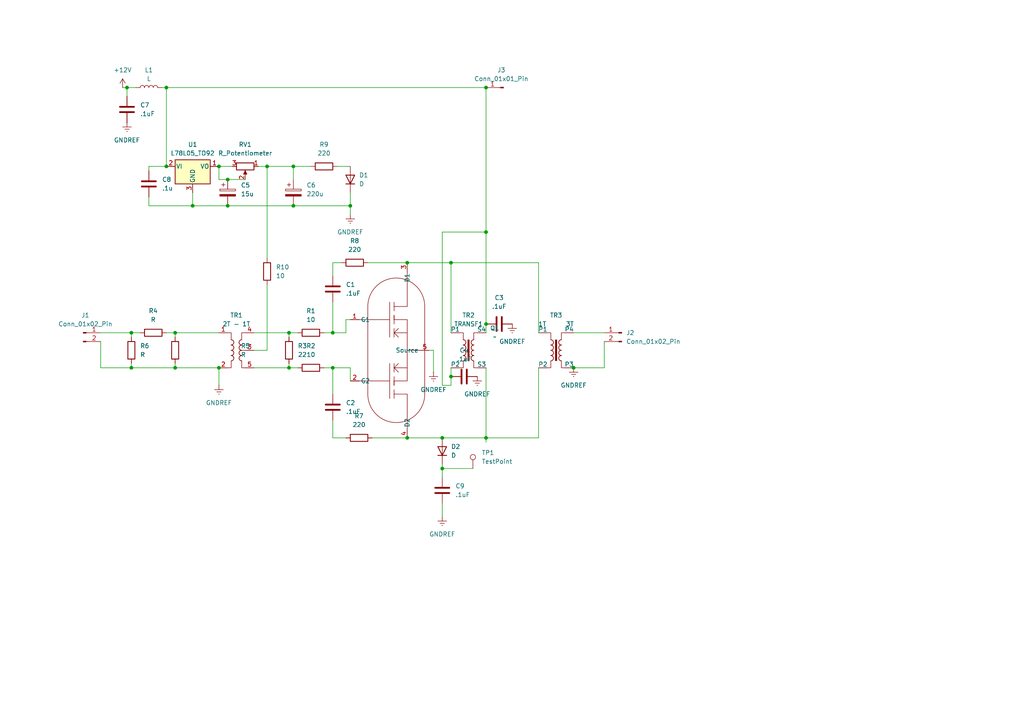
<source format=kicad_sch>
(kicad_sch (version 20250114) (generator "eeschema") (generator_version "9.0")
  (paper "A4")
  (lib_symbols
    (symbol "Connector:Conn_01x01_Pin" (pin_names (offset 1.016) (hide yes))
      (property "Reference" "J" (at 0 2.54 0))
      (property "Value" "Conn_01x01_Pin" (at 0 -2.54 0))
      (symbol "Conn_01x01_Pin_1_1"
        (rectangle (start 0.8636 0.127) (end 0 -0.127) (stroke (width 0.1524)) (fill (type outline)))
        (polyline (pts (xy 1.27 0) (xy 0.8636 0)) (stroke (width 0.1524)))
        (pin passive line (at 5.08 0 180) (length 3.81) (name "Pin_1") (number "1"))
      )
    )
    (symbol "Connector:Conn_01x02_Pin" (pin_names (offset 1.016) (hide yes))
      (property "Reference" "J" (at 0 2.54 0))
      (property "Value" "Conn_01x02_Pin" (at 0 -5.08 0))
      (symbol "Conn_01x02_Pin_1_1"
        (rectangle (start 0.8636 0.127) (end 0 -0.127) (stroke (width 0.1524)) (fill (type outline)))
        (rectangle (start 0.8636 -2.413) (end 0 -2.667) (stroke (width 0.1524)) (fill (type outline)))
        (polyline (pts (xy 1.27 0) (xy 0.8636 0)) (stroke (width 0.1524)))
        (polyline (pts (xy 1.27 -2.54) (xy 0.8636 -2.54)) (stroke (width 0.1524)))
        (pin passive line (at 5.08 0 180) (length 3.81) (name "Pin_1") (number "1"))
        (pin passive line (at 5.08 -2.54 180) (length 3.81) (name "Pin_2") (number "2"))
      )
    )
    (symbol "Connector:TestPoint" (pin_numbers (hide yes)) (pin_names (offset 0.762) (hide yes))
      (property "Reference" "TP" (at 0 6.858 0))
      (property "Value" "TestPoint" (at 0 5.08 0))
      (symbol "TestPoint_0_1"
        (circle (center 0 3.302) (radius 0.762))
      )
      (symbol "TestPoint_1_1"
        (pin passive line (at 0 0 90) (length 2.54) (name "1") (number "1"))
      )
    )
    (symbol "Device:C" (pin_numbers (hide yes)) (pin_names (offset 0.254))
      (property "Reference" "C" (at 0.635 2.54 0))
      (property "Value" "C" (at 0.635 -2.54 0))
      (symbol "C_0_1"
        (polyline (pts (xy -2.032 0.762) (xy 2.032 0.762)) (stroke (width 0.508)))
        (polyline (pts (xy -2.032 -0.762) (xy 2.032 -0.762)) (stroke (width 0.508)))
      )
      (symbol "C_1_1"
        (pin passive line (at 0 3.81 270) (length 2.794) (name "~") (number "1"))
        (pin passive line (at 0 -3.81 90) (length 2.794) (name "~") (number "2"))
      )
    )
    (symbol "Device:C_Polarized" (pin_numbers (hide yes)) (pin_names (offset 0.254))
      (property "Reference" "C" (at 0.635 2.54 0))
      (property "Value" "C_Polarized" (at 0.635 -2.54 0))
      (symbol "C_Polarized_0_1"
        (rectangle (start -2.286 0.508) (end 2.286 1.016))
        (polyline (pts (xy -1.778 2.286) (xy -0.762 2.286)))
        (polyline (pts (xy -1.27 2.794) (xy -1.27 1.778)))
        (rectangle (start 2.286 -0.508) (end -2.286 -1.016) (fill (type outline)))
      )
      (symbol "C_Polarized_1_1"
        (pin passive line (at 0 3.81 270) (length 2.794) (name "~") (number "1"))
        (pin passive line (at 0 -3.81 90) (length 2.794) (name "~") (number "2"))
      )
    )
    (symbol "Device:D" (pin_numbers (hide yes)) (pin_names (offset 1.016) (hide yes))
      (property "Reference" "D" (at 0 2.54 0))
      (property "Value" "D" (at 0 -2.54 0))
      (symbol "D_0_1"
        (polyline (pts (xy -1.27 1.27) (xy -1.27 -1.27)) (stroke (width 0.254)))
        (polyline (pts (xy 1.27 1.27) (xy 1.27 -1.27) (xy -1.27 0) (xy 1.27 1.27)) (stroke (width 0.254)))
        (polyline (pts (xy 1.27 0) (xy -1.27 0)))
      )
      (symbol "D_1_1"
        (pin passive line (at -3.81 0 0) (length 2.54) (name "K") (number "1"))
        (pin passive line (at 3.81 0 180) (length 2.54) (name "A") (number "2"))
      )
    )
    (symbol "Device:L" (pin_numbers (hide yes)) (pin_names (offset 1.016) (hide yes))
      (property "Reference" "L" (at -1.27 0 90))
      (property "Value" "L" (at 1.905 0 90))
      (symbol "L_0_1"
        (arc (start 0 2.54) (mid 0.6323 1.905) (end 0 1.27))
        (arc (start 0 1.27) (mid 0.6323 0.635) (end 0 0))
        (arc (start 0 0) (mid 0.6323 -0.635) (end 0 -1.27))
        (arc (start 0 -1.27) (mid 0.6323 -1.905) (end 0 -2.54))
      )
      (symbol "L_1_1"
        (pin passive line (at 0 3.81 270) (length 1.27) (name "1") (number "1"))
        (pin passive line (at 0 -3.81 90) (length 1.27) (name "2") (number "2"))
      )
    )
    (symbol "Device:R" (pin_numbers (hide yes)) (pin_names (offset 0))
      (property "Reference" "R" (at 2.032 0 90))
      (property "Value" "R" (at 0 0 90))
      (symbol "R_0_1"
        (rectangle (start -1.016 -2.54) (end 1.016 2.54) (stroke (width 0.254)))
      )
      (symbol "R_1_1"
        (pin passive line (at 0 3.81 270) (length 1.27) (name "~") (number "1"))
        (pin passive line (at 0 -3.81 90) (length 1.27) (name "~") (number "2"))
      )
    )
    (symbol "Device:R_Potentiometer" (pin_names (offset 1.016) (hide yes))
      (property "Reference" "RV" (at -4.445 0 90))
      (property "Value" "R_Potentiometer" (at -2.54 0 90))
      (symbol "R_Potentiometer_0_1"
        (rectangle (start 1.016 2.54) (end -1.016 -2.54) (stroke (width 0.254)))
        (polyline (pts (xy 1.143 0) (xy 2.286 0.508) (xy 2.286 -0.508) (xy 1.143 0)) (fill (type outline)))
        (polyline (pts (xy 2.54 0) (xy 1.524 0)))
      )
      (symbol "R_Potentiometer_1_1"
        (pin passive line (at 0 3.81 270) (length 1.27) (name "1") (number "1"))
        (pin passive line (at 0 -3.81 90) (length 1.27) (name "3") (number "3"))
        (pin passive line (at 3.81 0 180) (length 1.27) (name "2") (number "2"))
      )
    )
    (symbol "Josef's RF Mosfets:AFT05MP_1"
      (property "Reference" "Q" (at 0 0 0))
      (symbol "AFT05MP_1_1_1"
        (polyline (pts (xy -6.35 3.81) (xy -2.54 3.81)))
        (polyline (pts (xy -6.35 -13.97) (xy -2.54 -13.97)))
        (polyline (pts (xy -3.81 7.62) (xy -3.81 -17.78)))
        (polyline (pts (xy 2.54 7.62) (xy 2.54 8.89)))
        (polyline (pts (xy 2.54 7.62) (xy 2.54 7.62)))
        (polyline (pts (xy 2.54 7.62) (xy 2.54 1.27)))
        (polyline (pts (xy 2.54 3.81) (xy -2.54 3.81)))
        (polyline (pts (xy 2.54 1.27) (xy 2.54 -1.27)))
        (polyline (pts (xy 2.54 -11.43) (xy 2.54 -8.89)))
        (polyline (pts (xy 2.54 -13.97) (xy -2.54 -13.97)))
        (polyline (pts (xy 2.54 -17.78) (xy 2.54 -11.43)))
        (polyline (pts (xy 2.54 -17.78) (xy 2.54 -17.78)))
        (polyline (pts (xy 2.54 -17.78) (xy 2.54 -19.05)))
        (polyline (pts (xy 3.81 7.62) (xy 3.81 8.89)))
        (polyline (pts (xy 3.81 7.62) (xy 3.81 6.35)))
        (polyline (pts (xy 3.81 7.62) (xy 6.35 7.62) (xy 7.62 7.62) (xy 7.62 12.7)))
        (polyline (pts (xy 3.81 5.08) (xy 3.81 3.81)))
        (polyline (pts (xy 3.81 2.54) (xy 3.81 5.08)))
        (polyline (pts (xy 3.81 1.27) (xy 3.81 -1.27)))
        (polyline (pts (xy 3.81 0) (xy 3.81 0)))
        (polyline (pts (xy 3.81 0) (xy 5.08 1.27)))
        (polyline (pts (xy 3.81 0) (xy 5.08 -1.27)))
        (polyline (pts (xy 3.81 0) (xy 7.62 0) (xy 7.62 3.81) (xy 3.81 3.81)))
        (polyline (pts (xy 3.81 -10.16) (xy 3.81 -10.16)))
        (polyline (pts (xy 3.81 -10.16) (xy 5.08 -8.89)))
        (polyline (pts (xy 3.81 -10.16) (xy 5.08 -11.43)))
        (polyline (pts (xy 3.81 -10.16) (xy 7.62 -10.16) (xy 7.62 -13.97) (xy 3.81 -13.97)))
        (polyline (pts (xy 3.81 -11.43) (xy 3.81 -8.89)))
        (polyline (pts (xy 3.81 -12.7) (xy 3.81 -15.24)))
        (polyline (pts (xy 3.81 -15.24) (xy 3.81 -13.97)))
        (polyline (pts (xy 3.81 -17.78) (xy 3.81 -16.51)))
        (polyline (pts (xy 3.81 -17.78) (xy 3.81 -19.05)))
        (polyline (pts (xy 3.81 -17.78) (xy 6.35 -17.78) (xy 7.62 -17.78) (xy 7.62 -22.86)))
        (arc (start -3.81 7.62) (mid 4.445 15.875) (end 12.7 7.62))
        (arc (start 12.7 -17.78) (mid 4.445 -26.035) (end -3.81 -17.78))
        (polyline (pts (xy 7.62 17.78) (xy 7.62 12.7)))
        (polyline (pts (xy 7.62 0) (xy 7.62 -5.08)))
        (polyline (pts (xy 7.62 -10.16) (xy 7.62 -5.08)))
        (polyline (pts (xy 7.62 -27.94) (xy 7.62 -22.86)))
        (polyline (pts (xy 11.43 -5.08) (xy 7.62 -5.08)))
        (polyline (pts (xy 12.7 -17.78) (xy 12.7 7.62)) (fill (type color) (color 255 229 191 1)))
        (pin passive line (at -8.89 3.81 0) (length 2.54) (name "G1") (number "1"))
        (pin passive line (at -8.89 -13.97 0) (length 2.54) (name "G2") (number "2"))
        (pin passive line (at 7.62 20.32 270) (length 2.54) (name "D1") (number "3"))
        (pin passive line (at 7.62 -30.48 90) (length 2.54) (name "D2") (number "4"))
        (pin passive line (at 13.97 -5.08 180) (length 2.54) (name "Source") (number "5"))
      )
    )
    (symbol "Regulator_Linear:L78L05_TO92" (pin_names (offset 0.254))
      (property "Reference" "U1" (at 0 6.35 0))
      (property "Value" "L78L05_TO92" (at 0 3.81 0))
      (symbol "L78L05_TO92_0_1"
        (rectangle (start -5.08 -5.08) (end 5.08 1.905) (stroke (width 0.254)) (fill (type background)))
      )
      (symbol "L78L05_TO92_1_1"
        (pin power_in line (at -7.62 0 0) (length 2.54) (name "VI") (number "2"))
        (pin power_in line (at 0 -7.62 90) (length 2.54) (name "GND") (number "3"))
        (pin power_out line (at 7.62 0 180) (length 2.54) (name "VO") (number "1"))
      )
    )
    (symbol "TRANSF1_1" (pin_numbers (hide yes)) (pin_names (offset 0))
      (property "Reference" "TR3" (at 0 10.16 0))
      (property "Value" "1T      3T" (at 0 7.62 0))
      (symbol "TRANSF1_1_0_1"
        (polyline (pts (xy -2.54 5.08) (xy -1.524 5.08) (xy -1.524 3.048)) (stroke (width 0.1524)))
        (arc (start -1.524 3.048) (mid -0.7653 2.286) (end -1.524 1.524) (stroke (width 0.2032)))
        (arc (start -1.524 1.524) (mid -0.7653 0.762) (end -1.524 0) (stroke (width 0.2032)))
        (arc (start -1.524 0) (mid -0.7653 -0.762) (end -1.524 -1.524) (stroke (width 0.2032)))
        (arc (start -1.524 -1.524) (mid -0.7653 -2.286) (end -1.524 -3.048) (stroke (width 0.2032)))
        (polyline (pts (xy -1.524 -3.048) (xy -1.524 -5.08) (xy -2.54 -5.08)) (stroke (width 0.1524)))
        (rectangle (start -0.254 3.048) (end 0.254 -3.048) (stroke (width 0.0254)) (fill (type outline)))
        (polyline (pts (xy 1.524 3.048) (xy 1.524 5.08) (xy 2.54 5.08)) (stroke (width 0.1524)))
        (arc (start 1.524 1.524) (mid 0.7653 2.286) (end 1.524 3.048) (stroke (width 0.2032)))
        (arc (start 1.524 0) (mid 0.7653 0.762) (end 1.524 1.524) (stroke (width 0.2032)))
        (arc (start 1.524 -1.524) (mid 0.7653 -0.762) (end 1.524 0) (stroke (width 0.2032)))
        (arc (start 1.524 -3.048) (mid 0.7653 -2.286) (end 1.524 -1.524) (stroke (width 0.2032)))
        (polyline (pts (xy 2.54 -5.08) (xy 1.524 -5.08) (xy 1.524 -3.048)) (stroke (width 0.1524)))
      )
      (symbol "TRANSF1_1_1_1"
        (pin passive line (at -5.08 5.08 0) (length 2.54) (name "P1") (number "1"))
        (pin passive line (at -5.08 -5.08 0) (length 2.54) (name "P2") (number "2"))
        (pin passive line (at 5.08 5.08 180) (length 2.54) (name "P4") (number "4"))
        (pin passive line (at 5.08 -5.08 180) (length 2.54) (name "P3") (number "3"))
      )
    )
    (symbol "Transformer:ADT1-6T" (pin_names (hide yes))
      (property "Reference" "TR1" (at 0 10.16 0))
      (property "Value" "2T - 1T" (at 0 7.62 0))
      (symbol "ADT1-6T_0_1"
        (polyline (pts (xy -2.54 5.08) (xy -1.524 5.08) (xy -1.524 3.048)) (stroke (width 0.1524)))
        (arc (start -1.524 3.048) (mid -0.7653 2.286) (end -1.524 1.524) (stroke (width 0.2032)))
        (arc (start -1.524 1.524) (mid -0.7653 0.762) (end -1.524 0) (stroke (width 0.2032)))
        (arc (start -1.524 0) (mid -0.7653 -0.762) (end -1.524 -1.524) (stroke (width 0.2032)))
        (arc (start -1.524 -1.524) (mid -0.7653 -2.286) (end -1.524 -3.048) (stroke (width 0.2032)))
        (polyline (pts (xy -1.524 -3.048) (xy -1.524 -5.08) (xy -2.54 -5.08)) (stroke (width 0.1524)))
        (polyline (pts (xy 1.524 3.048) (xy 1.524 5.08) (xy 2.54 5.08)) (stroke (width 0.1524)))
        (arc (start 1.524 1.524) (mid 0.7653 2.286) (end 1.524 3.048) (stroke (width 0.2032)))
        (arc (start 1.524 0) (mid 0.7653 0.762) (end 1.524 1.524) (stroke (width 0.2032)))
        (arc (start 1.524 -1.524) (mid 0.7653 -0.762) (end 1.524 0) (stroke (width 0.2032)))
        (arc (start 1.524 -3.048) (mid 0.7653 -2.286) (end 1.524 -1.524) (stroke (width 0.2032)))
        (polyline (pts (xy 2.54 0) (xy 1.27 0)) (stroke (width 0.1524)))
        (polyline (pts (xy 2.54 -5.08) (xy 1.524 -5.08) (xy 1.524 -3.048)) (stroke (width 0.1524)))
      )
      (symbol "ADT1-6T_1_1"
        (pin passive line (at -5.08 5.08 0) (length 2.54) (name "~") (number "1"))
        (pin passive line (at -5.08 -5.08 0) (length 2.54) (name "~") (number "2"))
        (pin passive line (at 5.08 5.08 180) (length 2.54) (name "~") (number "4"))
        (pin passive line (at 5.08 0 180) (length 2.54) (name "~") (number "3"))
        (pin passive line (at 5.08 -5.08 180) (length 2.54) (name "~") (number "5"))
      )
    )
    (symbol "Transformer:TRANSF1" (pin_numbers (hide yes)) (pin_names (offset 0))
      (property "Reference" "TR2" (at 0 10.16 0))
      (property "Value" "TRANSF1" (at 0 7.62 0))
      (symbol "TRANSF1_0_1"
        (polyline (pts (xy -2.54 5.08) (xy -1.524 5.08) (xy -1.524 3.048)) (stroke (width 0.1524)))
        (arc (start -1.524 3.048) (mid -0.7653 2.286) (end -1.524 1.524) (stroke (width 0.2032)))
        (arc (start -1.524 1.524) (mid -0.7653 0.762) (end -1.524 0) (stroke (width 0.2032)))
        (arc (start -1.524 0) (mid -0.7653 -0.762) (end -1.524 -1.524) (stroke (width 0.2032)))
        (arc (start -1.524 -1.524) (mid -0.7653 -2.286) (end -1.524 -3.048) (stroke (width 0.2032)))
        (polyline (pts (xy -1.524 -3.048) (xy -1.524 -5.08) (xy -2.54 -5.08)) (stroke (width 0.1524)))
        (rectangle (start -0.254 3.048) (end 0.254 -3.048) (stroke (width 0.0254)) (fill (type outline)))
        (polyline (pts (xy 1.524 3.048) (xy 1.524 5.08) (xy 2.54 5.08)) (stroke (width 0.1524)))
        (arc (start 1.524 1.524) (mid 0.7653 2.286) (end 1.524 3.048) (stroke (width 0.2032)))
        (arc (start 1.524 0) (mid 0.7653 0.762) (end 1.524 1.524) (stroke (width 0.2032)))
        (arc (start 1.524 -1.524) (mid 0.7653 -0.762) (end 1.524 0) (stroke (width 0.2032)))
        (arc (start 1.524 -3.048) (mid 0.7653 -2.286) (end 1.524 -1.524) (stroke (width 0.2032)))
        (polyline (pts (xy 2.54 -5.08) (xy 1.524 -5.08) (xy 1.524 -3.048)) (stroke (width 0.1524)))
      )
      (symbol "TRANSF1_1_1"
        (pin passive line (at -5.08 5.08 0) (length 2.54) (name "P1") (number "1"))
        (pin passive line (at -5.08 -5.08 0) (length 2.54) (name "P2") (number "2"))
        (pin passive line (at 5.08 5.08 180) (length 2.54) (name "S4") (number "4"))
        (pin passive line (at 5.08 -5.08 180) (length 2.54) (name "S3") (number "3"))
      )
    )
    (symbol "power:+12V" (power) (pin_numbers (hide yes)) (pin_names (offset 0) (hide yes))
      (property "Value" "+12V" (at 0 3.556 0))
      (symbol "+12V_0_1"
        (polyline (pts (xy -0.762 1.27) (xy 0 2.54)))
        (polyline (pts (xy 0 2.54) (xy 0.762 1.27)))
        (polyline (pts (xy 0 0) (xy 0 2.54)))
      )
      (symbol "+12V_1_1"
        (pin power_in line (at 0 0 90) (length 0) (name "~") (number "1"))
      )
    )
    (symbol "power:GNDREF" (power) (pin_numbers (hide yes)) (pin_names (offset 0) (hide yes))
      (property "Value" "GNDREF" (at 0 -3.81 0))
      (symbol "GNDREF_0_1"
        (polyline (pts (xy -0.635 -1.905) (xy 0.635 -1.905)))
        (polyline (pts (xy -0.127 -2.54) (xy 0.127 -2.54)))
        (polyline (pts (xy 0 -1.27) (xy 0 0)))
        (polyline (pts (xy 1.27 -1.27) (xy -1.27 -1.27)))
      )
      (symbol "GNDREF_1_1"
        (pin power_in line (at 0 0 270) (length 0) (name "~") (number "1"))
      )
    )
  )
  (junction (at 96.52 106.68))
  (junction (at 38.1 106.68))
  (junction (at 50.8 96.52))
  (junction (at 140.97 93.98))
  (junction (at 140.97 127))
  (junction (at 130.81 109.22))
  (junction (at 166.37 106.68))
  (junction (at 63.5 106.68))
  (junction (at 85.09 48.26))
  (junction (at 128.27 135.89))
  (junction (at 66.04 59.69))
  (junction (at 118.11 76.2))
  (junction (at 63.5 48.26))
  (junction (at 50.8 106.68))
  (junction (at 101.6 59.69))
  (junction (at 128.27 127))
  (junction (at 77.47 48.26))
  (junction (at 83.82 106.68))
  (junction (at 48.26 48.26))
  (junction (at 36.83 25.4))
  (junction (at 140.97 25.4))
  (junction (at 66.04 52.07))
  (junction (at 140.97 67.31))
  (junction (at 38.1 96.52))
  (junction (at 48.26 25.4))
  (junction (at 55.88 59.69))
  (junction (at 130.81 76.2))
  (junction (at 83.82 96.52))
  (junction (at 118.11 127))
  (junction (at 85.09 59.69))
  (junction (at 96.52 96.52))
  (wire (pts (xy 156.21 76.2) (xy 156.21 96.52)))
  (wire (pts (xy 140.97 25.4) (xy 48.26 25.4)))
  (wire (pts (xy 74.93 48.26) (xy 77.47 48.26)))
  (wire (pts (xy 118.11 76.2) (xy 130.81 76.2)))
  (wire (pts (xy 128.27 111.76) (xy 128.27 67.31)))
  (wire (pts (xy 50.8 106.68) (xy 50.8 105.41)))
  (wire (pts (xy 96.52 87.63) (xy 96.52 96.52)))
  (wire (pts (xy 96.52 127) (xy 100.33 127)))
  (wire (pts (xy 71.12 52.07) (xy 66.04 52.07)))
  (wire (pts (xy 43.18 49.53) (xy 43.18 48.26)))
  (wire (pts (xy 101.6 59.69) (xy 101.6 62.23)))
  (wire (pts (xy 73.66 106.68) (xy 83.82 106.68)))
  (wire (pts (xy 36.83 25.4) (xy 36.83 27.94)))
  (wire (pts (xy 50.8 96.52) (xy 50.8 97.79)))
  (wire (pts (xy 140.97 127) (xy 128.27 127)))
  (wire (pts (xy 29.21 99.06) (xy 29.21 106.68)))
  (wire (pts (xy 55.88 55.88) (xy 55.88 59.69)))
  (wire (pts (xy 140.97 106.68) (xy 140.97 127)))
  (wire (pts (xy 100.33 96.52) (xy 100.33 92.71)))
  (wire (pts (xy 130.81 111.76) (xy 128.27 111.76)))
  (wire (pts (xy 128.27 135.89) (xy 137.16 135.89)))
  (wire (pts (xy 101.6 106.68) (xy 101.6 110.49)))
  (wire (pts (xy 66.04 59.69) (xy 85.09 59.69)))
  (wire (pts (xy 93.98 96.52) (xy 96.52 96.52)))
  (wire (pts (xy 93.98 106.68) (xy 96.52 106.68)))
  (wire (pts (xy 85.09 48.26) (xy 85.09 52.07)))
  (wire (pts (xy 50.8 96.52) (xy 63.5 96.52)))
  (wire (pts (xy 140.97 25.4) (xy 140.97 67.31)))
  (wire (pts (xy 99.06 76.2) (xy 96.52 76.2)))
  (wire (pts (xy 63.5 48.26) (xy 67.31 48.26)))
  (wire (pts (xy 83.82 96.52) (xy 86.36 96.52)))
  (wire (pts (xy 128.27 67.31) (xy 140.97 67.31)))
  (wire (pts (xy 106.68 76.2) (xy 118.11 76.2)))
  (wire (pts (xy 38.1 106.68) (xy 50.8 106.68)))
  (wire (pts (xy 128.27 146.05) (xy 128.27 149.86)))
  (wire (pts (xy 43.18 57.15) (xy 43.18 59.69)))
  (wire (pts (xy 48.26 25.4) (xy 48.26 48.26)))
  (wire (pts (xy 140.97 67.31) (xy 140.97 93.98)))
  (wire (pts (xy 107.95 127) (xy 118.11 127)))
  (wire (pts (xy 101.6 55.88) (xy 101.6 59.69)))
  (wire (pts (xy 100.33 92.71) (xy 101.6 92.71)))
  (wire (pts (xy 77.47 82.55) (xy 77.47 101.6)))
  (wire (pts (xy 85.09 48.26) (xy 90.17 48.26)))
  (wire (pts (xy 85.09 59.69) (xy 101.6 59.69)))
  (wire (pts (xy 128.27 127) (xy 118.11 127)))
  (wire (pts (xy 128.27 134.62) (xy 128.27 135.89)))
  (wire (pts (xy 38.1 96.52) (xy 40.64 96.52)))
  (wire (pts (xy 130.81 76.2) (xy 156.21 76.2)))
  (wire (pts (xy 83.82 106.68) (xy 86.36 106.68)))
  (wire (pts (xy 96.52 96.52) (xy 100.33 96.52)))
  (wire (pts (xy 63.5 52.07) (xy 63.5 48.26)))
  (wire (pts (xy 166.37 96.52) (xy 175.26 96.52)))
  (wire (pts (xy 83.82 96.52) (xy 83.82 97.79)))
  (wire (pts (xy 63.5 106.68) (xy 50.8 106.68)))
  (wire (pts (xy 175.26 99.06) (xy 175.26 106.68)))
  (wire (pts (xy 43.18 48.26) (xy 48.26 48.26)))
  (wire (pts (xy 73.66 96.52) (xy 83.82 96.52)))
  (wire (pts (xy 140.97 93.98) (xy 140.97 96.52)))
  (wire (pts (xy 140.97 127) (xy 140.97 128.27)))
  (wire (pts (xy 96.52 106.68) (xy 96.52 114.3)))
  (wire (pts (xy 96.52 106.68) (xy 101.6 106.68)))
  (wire (pts (xy 96.52 121.92) (xy 96.52 127)))
  (wire (pts (xy 38.1 106.68) (xy 38.1 105.41)))
  (wire (pts (xy 46.99 25.4) (xy 48.26 25.4)))
  (wire (pts (xy 38.1 97.79) (xy 38.1 96.52)))
  (wire (pts (xy 48.26 96.52) (xy 50.8 96.52)))
  (wire (pts (xy 36.83 25.4) (xy 39.37 25.4)))
  (wire (pts (xy 77.47 48.26) (xy 85.09 48.26)))
  (wire (pts (xy 140.97 127) (xy 156.21 127)))
  (wire (pts (xy 130.81 106.68) (xy 130.81 109.22)))
  (wire (pts (xy 97.79 48.26) (xy 101.6 48.26)))
  (wire (pts (xy 130.81 109.22) (xy 130.81 111.76)))
  (wire (pts (xy 125.73 101.6) (xy 125.73 107.95)))
  (wire (pts (xy 29.21 96.52) (xy 38.1 96.52)))
  (wire (pts (xy 66.04 52.07) (xy 63.5 52.07)))
  (wire (pts (xy 156.21 127) (xy 156.21 106.68)))
  (wire (pts (xy 130.81 96.52) (xy 130.81 76.2)))
  (wire (pts (xy 63.5 106.68) (xy 63.5 111.76)))
  (wire (pts (xy 55.88 59.69) (xy 66.04 59.69)))
  (wire (pts (xy 29.21 106.68) (xy 38.1 106.68)))
  (wire (pts (xy 73.66 101.6) (xy 77.47 101.6)))
  (wire (pts (xy 83.82 105.41) (xy 83.82 106.68)))
  (wire (pts (xy 35.56 25.4) (xy 36.83 25.4)))
  (wire (pts (xy 77.47 48.26) (xy 77.47 74.93)))
  (wire (pts (xy 175.26 106.68) (xy 166.37 106.68)))
  (wire (pts (xy 96.52 76.2) (xy 96.52 80.01)))
  (wire (pts (xy 124.46 101.6) (xy 125.73 101.6)))
  (wire (pts (xy 43.18 59.69) (xy 55.88 59.69)))
  (wire (pts (xy 128.27 135.89) (xy 128.27 138.43)))
  (symbol (lib_id "Device:R") (at 102.87 76.2 90) (unit 1)
    (property "Reference" "R8" (at 102.87 69.85 90))
    (property "Value" "220" (at 102.87 72.39 90))
    (property "Footprint" "Resistor_SMD:R_MELF_MMB-0207" (effects (hide yes)))
    (property "Description" "Resistor" (effects (hide yes)))
  )
  (symbol (lib_id "Device:C") (at 96.52 83.82 0) (unit 1)
    (property "Reference" "C1" (at 100.33 82.5499 0) (effects (justify left)))
    (property "Value" ".1uF" (at 100.33 85.0899 0) (effects (justify left)))
    (property "Footprint" "Capacitor_SMD:C_1210_3225Metric_Pad1.33x2.70mm_HandSolder" (effects (hide yes)))
    (property "Description" "Unpolarized capacitor" (effects (hide yes)))
  )
  (symbol (lib_id "Device:R") (at 50.8 101.6 180) (unit 1)
    (property "Reference" "R5" (at 69.85 100.3299 0) (effects (justify right)))
    (property "Value" "R" (at 69.85 102.8699 0) (effects (justify right)))
    (property "Footprint" "Josef Library:3550 (Big Resistor) Footprint" (effects (hide yes)))
    (property "Description" "Resistor" (effects (hide yes)))
  )
  (symbol (lib_id "Connector:TestPoint") (at 137.16 135.89 0) (unit 1)
    (property "Reference" "TP1" (at 139.7 131.3179 0) (effects (justify left)))
    (property "Value" "TestPoint" (at 139.7 133.8579 0) (effects (justify left)))
    (property "Description" "test point" (effects (hide yes)))
  )
  (symbol (lib_id "Device:C") (at 128.27 142.24 0) (unit 1)
    (property "Reference" "C9" (at 132.08 140.9699 0) (effects (justify left)))
    (property "Value" ".1uF" (at 132.08 143.5099 0) (effects (justify left)))
    (property "Description" "Unpolarized capacitor" (effects (hide yes)))
  )
  (symbol (lib_name "TRANSF1_1") (lib_id "Transformer:TRANSF1") (at 161.29 101.6 0) (unit 1)
    (property "Reference" "TR3" (at 161.29 91.44 0))
    (property "Value" "1T      3T" (at 161.29 93.98 0))
    (property "Footprint" "Josef Library:Output Transformer" (effects (hide yes)))
  )
  (symbol (lib_id "Connector:Conn_01x02_Pin") (at 180.34 96.52 0) (mirror y) (unit 1)
    (property "Reference" "J2" (at 181.61 96.5199 0) (effects (justify right)))
    (property "Value" "Conn_01x02_Pin" (at 181.61 99.0599 0) (effects (justify right)))
    (property "Footprint" "Josef Library:InOutNoHeaders" (effects (hide yes)))
    (property "Description" "Generic connector, single row, 01x02, script generated" (effects (hide yes)))
  )
  (symbol (lib_id "power:GNDREF") (at 128.27 149.86 0) (unit 1)
    (property "Reference" "#PWR01" (effects (hide yes)))
    (property "Value" "GNDREF" (at 128.27 154.94 0))
    (property "Description" "Power symbol creates a global label with name \"GNDREF\" , reference supply ground" (effects (hide yes)))
  )
  (symbol (lib_id "power:GNDREF") (at 148.59 93.98 0) (unit 1)
    (property "Reference" "#PWR03" (effects (hide yes)))
    (property "Value" "GNDREF" (at 148.59 99.06 0))
    (property "Description" "Power symbol creates a global label with name \"GNDREF\" , reference supply ground" (effects (hide yes)))
  )
  (symbol (lib_id "Regulator_Linear:L78L05_TO92") (at 55.88 48.26 0) (unit 1)
    (property "Reference" "U1" (at 55.88 41.91 0))
    (property "Value" "L78L05_TO92" (at 55.88 44.45 0))
    (property "Footprint" "Package_TO_SOT_SMD:TSOT-23_HandSoldering" (effects (hide yes)))
    (property "Datasheet" "http://www.st.com/content/ccc/resource/technical/document/datasheet/15/55/e5/aa/23/5b/43/fd/CD00000446.pdf/files/CD00000446.pdf/jcr:content/translations/en.CD00000446.pdf" (effects (hide yes)))
    (property "Description" "Positive 100mA 30V Linear Regulator, Fixed Output 5V, TO-92" (effects (hide yes)))
  )
  (symbol (lib_id "Transformer:ADT1-6T") (at 68.58 101.6 0) (unit 1)
    (property "Reference" "TR1" (at 68.58 91.44 0))
    (property "Value" "2T - 1T" (at 68.58 93.98 0))
    (property "Footprint" "Josef Library:Input Transformer" (effects (hide yes)))
    (property "Datasheet" "https://www.minicircuits.com/pdfs/ADT1-6T+.pdf" (effects (hide yes)))
    (property "Description" "0.06-160MHz 1:1 RF Transformer, Unbalanced to Balanced Center Tap, CD542" (effects (hide yes)))
  )
  (symbol (lib_id "Device:R") (at 83.82 101.6 180) (unit 1)
    (property "Reference" "R3" (at 86.36 100.3299 0) (effects (justify right)))
    (property "Value" "22" (at 86.36 102.8699 0) (effects (justify right)))
    (property "Footprint" "Josef Library:Big 22ohm Resistor" (effects (hide yes)))
    (property "Description" "Resistor" (effects (hide yes)))
  )
  (symbol (lib_id "power:GNDREF") (at 138.43 109.22 0) (unit 1)
    (property "Reference" "#PWR04" (effects (hide yes)))
    (property "Value" "GNDREF" (at 138.43 114.3 0))
    (property "Description" "Power symbol creates a global label with name \"GNDREF\" , reference supply ground" (effects (hide yes)))
  )
  (symbol (lib_id "Device:L") (at 43.18 25.4 90) (unit 1)
    (property "Reference" "L1" (at 43.18 20.32 90))
    (property "Value" "L" (at 43.18 22.86 90))
    (property "Footprint" "Josef Library:Input Choke" (effects (hide yes)))
    (property "Description" "Inductor" (effects (hide yes)))
  )
  (symbol (lib_id "power:GNDREF") (at 166.37 106.68 0) (unit 1)
    (property "Reference" "#PWR05" (effects (hide yes)))
    (property "Value" "GNDREF" (at 166.37 111.76 0))
    (property "Description" "Power symbol creates a global label with name \"GNDREF\" , reference supply ground" (effects (hide yes)))
  )
  (symbol (lib_id "Connector:Conn_01x01_Pin") (at 146.05 25.4 180) (unit 1)
    (property "Reference" "J3" (at 145.415 20.32 0))
    (property "Value" "Conn_01x01_Pin" (at 145.415 22.86 0))
    (property "Footprint" "Josef Library:Positive Plane" (effects (hide yes)))
    (property "Description" "Generic connector, single row, 01x01, script generated" (effects (hide yes)))
  )
  (symbol (lib_id "Transformer:TRANSF1") (at 135.89 101.6 0) (unit 1)
    (property "Reference" "TR2" (at 135.89 91.44 0))
    (property "Value" "TRANSF1" (at 135.89 93.98 0))
    (property "Footprint" "Josef Library:Coaxial Feed Transformer" (effects (hide yes)))
  )
  (symbol (lib_id "Device:C") (at 36.83 31.75 0) (unit 1)
    (property "Reference" "C7" (at 40.64 30.4799 0) (effects (justify left)))
    (property "Value" ".1uF" (at 40.64 33.0199 0) (effects (justify left)))
    (property "Footprint" "Josef Library:.33uF Decoupler HF Amp" (effects (hide yes)))
    (property "Description" "Unpolarized capacitor" (effects (hide yes)))
  )
  (symbol (lib_id "Device:R") (at 77.47 78.74 0) (unit 1)
    (property "Reference" "R10" (at 80.01 77.4699 0) (effects (justify left)))
    (property "Value" "10" (at 80.01 80.0099 0) (effects (justify left)))
    (property "Footprint" "Resistor_SMD:R_MELF_MMB-0207" (effects (hide yes)))
    (property "Description" "Resistor" (effects (hide yes)))
  )
  (symbol (lib_id "Josef's RF Mosfets:AFT05MP_1") (at 110.49 96.52 0) (unit 1)
    (property "Reference" "Q1" (at 143.51 95.1798 0))
    (property "Value" "~" (at 143.51 97.7198 0))
    (property "Footprint" "Josef Library:AFT05MP" (effects (hide yes)))
  )
  (symbol (lib_id "Connector:Conn_01x02_Pin") (at 24.13 96.52 0) (unit 1)
    (property "Reference" "J1" (at 24.765 91.44 0))
    (property "Value" "Conn_01x02_Pin" (at 24.765 93.98 0))
    (property "Footprint" "Josef Library:InOutNoHeaders" (effects (hide yes)))
    (property "Description" "Generic connector, single row, 01x02, script generated" (effects (hide yes)))
  )
  (symbol (lib_id "power:GNDREF") (at 125.73 107.95 0) (unit 1)
    (property "Reference" "#PWR06" (effects (hide yes)))
    (property "Value" "GNDREF" (at 125.73 113.03 0))
    (property "Description" "Power symbol creates a global label with name \"GNDREF\" , reference supply ground" (effects (hide yes)))
  )
  (symbol (lib_id "Device:R") (at 90.17 96.52 90) (unit 1)
    (property "Reference" "R1" (at 90.17 90.17 90))
    (property "Value" "10" (at 90.17 92.71 90))
    (property "Footprint" "Resistor_SMD:R_MELF_MMB-0207" (effects (hide yes)))
    (property "Description" "Resistor" (effects (hide yes)))
  )
  (symbol (lib_id "Device:R_Potentiometer") (at 71.12 48.26 270) (unit 1)
    (property "Reference" "RV1" (at 71.12 41.91 90))
    (property "Value" "R_Potentiometer" (at 71.12 44.45 90))
    (property "Footprint" "Josef Library:Piher Surface Pads" (effects (hide yes)))
    (property "Description" "Potentiometer" (effects (hide yes)))
  )
  (symbol (lib_id "Device:C") (at 43.18 53.34 0) (unit 1)
    (property "Reference" "C8" (at 46.99 52.0699 0) (effects (justify left)))
    (property "Value" ".1u" (at 46.99 54.6099 0) (effects (justify left)))
    (property "Footprint" "Capacitor_SMD:C_0805_2012Metric_Pad1.18x1.45mm_HandSolder" (effects (hide yes)))
    (property "Description" "Unpolarized capacitor" (effects (hide yes)))
  )
  (symbol (lib_id "Device:D") (at 101.6 52.07 90) (unit 1)
    (property "Reference" "D1" (at 104.14 50.7999 90) (effects (justify right)))
    (property "Value" "D" (at 104.14 53.3399 90) (effects (justify right)))
    (property "Footprint" "Josef Library:Through Hole Resistor" (effects (hide yes)))
    (property "Description" "Diode" (effects (hide yes)))
    (property "Sim.Device" "D" (effects (hide yes)))
    (property "Sim.Pins" "1=K 2=A" (effects (hide yes)))
  )
  (symbol (lib_id "Device:C_Polarized") (at 85.09 55.88 0) (unit 1)
    (property "Reference" "C6" (at 88.9 53.7209 0) (effects (justify left)))
    (property "Value" "220u" (at 88.9 56.2609 0) (effects (justify left)))
    (property "Footprint" "Josef Library:220 uf Cap" (effects (hide yes)))
    (property "Description" "Polarized capacitor" (effects (hide yes)))
  )
  (symbol (lib_id "power:+12V") (at 35.56 25.4 0) (unit 1)
    (property "Reference" "#PWR08" (effects (hide yes)))
    (property "Value" "+12V" (at 35.56 20.32 0))
    (property "Description" "Power symbol creates a global label with name \"+12V\"" (effects (hide yes)))
  )
  (symbol (lib_id "Device:C") (at 96.52 118.11 0) (unit 1)
    (property "Reference" "C2" (at 100.33 116.8399 0) (effects (justify left)))
    (property "Value" ".1uF" (at 100.33 119.3799 0) (effects (justify left)))
    (property "Footprint" "Capacitor_SMD:C_1210_3225Metric_Pad1.33x2.70mm_HandSolder" (effects (hide yes)))
    (property "Description" "Unpolarized capacitor" (effects (hide yes)))
  )
  (symbol (lib_id "power:GNDREF") (at 36.83 35.56 0) (unit 1)
    (property "Reference" "#PWR010" (effects (hide yes)))
    (property "Value" "GNDREF" (at 36.83 40.64 0))
    (property "Description" "Power symbol creates a global label with name \"GNDREF\" , reference supply ground" (effects (hide yes)))
  )
  (symbol (lib_id "Device:R") (at 38.1 101.6 180) (unit 1)
    (property "Reference" "R6" (at 40.64 100.3299 0) (effects (justify right)))
    (property "Value" "R" (at 40.64 102.8699 0) (effects (justify right)))
    (property "Footprint" "Josef Library:3550 (Big Resistor) Footprint" (effects (hide yes)))
    (property "Description" "Resistor" (effects (hide yes)))
  )
  (symbol (lib_id "Device:D") (at 128.27 130.81 90) (unit 1)
    (property "Reference" "D2" (at 130.81 129.5399 90) (effects (justify right)))
    (property "Value" "D" (at 130.81 132.0799 90) (effects (justify right)))
    (property "Description" "Diode" (effects (hide yes)))
    (property "Sim.Device" "D" (effects (hide yes)))
    (property "Sim.Pins" "1=K 2=A" (effects (hide yes)))
  )
  (symbol (lib_id "Device:C_Polarized") (at 66.04 55.88 0) (unit 1)
    (property "Reference" "C5" (at 69.85 53.7209 0) (effects (justify left)))
    (property "Value" "15u" (at 69.85 56.2609 0) (effects (justify left)))
    (property "Footprint" "Josef Library:10uF Radial Cap" (effects (hide yes)))
    (property "Description" "Polarized capacitor" (effects (hide yes)))
  )
  (symbol (lib_id "Device:R") (at 90.17 106.68 90) (unit 1)
    (property "Reference" "R2" (at 90.17 100.33 90))
    (property "Value" "10" (at 90.17 102.87 90))
    (property "Footprint" "Resistor_SMD:R_MELF_MMB-0207" (effects (hide yes)))
    (property "Description" "Resistor" (effects (hide yes)))
  )
  (symbol (lib_id "Device:C") (at 134.62 109.22 90) (unit 1)
    (property "Reference" "C4" (at 134.62 101.6 90))
    (property "Value" ".1uF" (at 134.62 104.14 90))
    (property "Footprint" "Capacitor_SMD:C_1210_3225Metric_Pad1.33x2.70mm_HandSolder" (effects (hide yes)))
    (property "Description" "Unpolarized capacitor" (effects (hide yes)))
  )
  (symbol (lib_id "power:GNDREF") (at 101.6 62.23 0) (unit 1)
    (property "Reference" "#PWR09" (effects (hide yes)))
    (property "Value" "GNDREF" (at 101.6 67.31 0))
    (property "Description" "Power symbol creates a global label with name \"GNDREF\" , reference supply ground" (effects (hide yes)))
  )
  (symbol (lib_id "Device:R") (at 93.98 48.26 90) (unit 1)
    (property "Reference" "R9" (at 93.98 41.91 90))
    (property "Value" "220" (at 93.98 44.45 90))
    (property "Footprint" "Resistor_SMD:R_MELF_MMB-0207" (effects (hide yes)))
    (property "Description" "Resistor" (effects (hide yes)))
  )
  (symbol (lib_id "Device:C") (at 144.78 93.98 90) (unit 1)
    (property "Reference" "C3" (at 144.78 86.36 90))
    (property "Value" ".1uF" (at 144.78 88.9 90))
    (property "Footprint" "Capacitor_SMD:C_1210_3225Metric_Pad1.33x2.70mm_HandSolder" (effects (hide yes)))
    (property "Description" "Unpolarized capacitor" (effects (hide yes)))
  )
  (symbol (lib_id "Device:R") (at 104.14 127 90) (unit 1)
    (property "Reference" "R7" (at 104.14 120.65 90))
    (property "Value" "220" (at 104.14 123.19 90))
    (property "Footprint" "Resistor_SMD:R_MELF_MMB-0207" (effects (hide yes)))
    (property "Description" "Resistor" (effects (hide yes)))
  )
  (symbol (lib_id "Device:R") (at 44.45 96.52 90) (unit 1)
    (property "Reference" "R4" (at 44.45 90.17 90))
    (property "Value" "R" (at 44.45 92.71 90))
    (property "Footprint" "Josef Library:3550 (Big Resistor) Footprint" (effects (hide yes)))
    (property "Description" "Resistor" (effects (hide yes)))
  )
  (symbol (lib_id "power:GNDREF") (at 63.5 111.76 0) (unit 1)
    (property "Reference" "#PWR07" (effects (hide yes)))
    (property "Value" "GNDREF" (at 63.5 116.84 0))
    (property "Description" "Power symbol creates a global label with name \"GNDREF\" , reference supply ground" (effects (hide yes)))
  )
)
</source>
